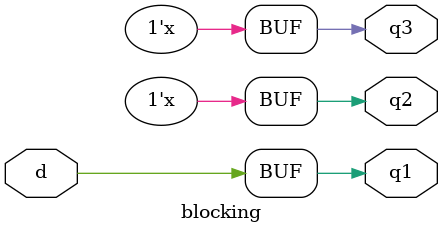
<source format=sv>
module blocking (input logic d, output logic q1, q2, q3);
    always_comb begin
        q1 <= d;
        q2 <= q1;
        q3 <= q2;
    end 
endmodule


</source>
